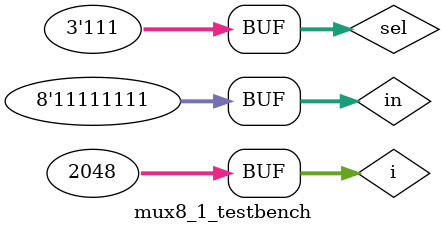
<source format=sv>
`timescale 1ns/10ps

module mux8_1(sel, in, out);    
	output logic out;  
	input logic [2:0] sel;
	input logic [7:0] in;

	logic [1:0] wires;     
	
	mux4_1 m0 (.sel(sel[1:0]), .in(in[3:0]), .out(wires[0]));
	mux4_1 m1 (.sel(sel[1:0]), .in(in[7:4]), .out(wires[1]));

	mux2_1 m (.sel(sel[2]), .in(wires[1:0]), .out(out));
endmodule  

module mux8_1_testbench();     
   logic out;
	logic [2:0] sel;
	logic [7:0] in;
	
	mux8_1 dut (.sel, .in, .out);   
	
	integer i;
	initial begin
		for (i = 0; i < 2**11; i++) begin
			{sel, in} = i; #10;
		end
	end 
endmodule
</source>
